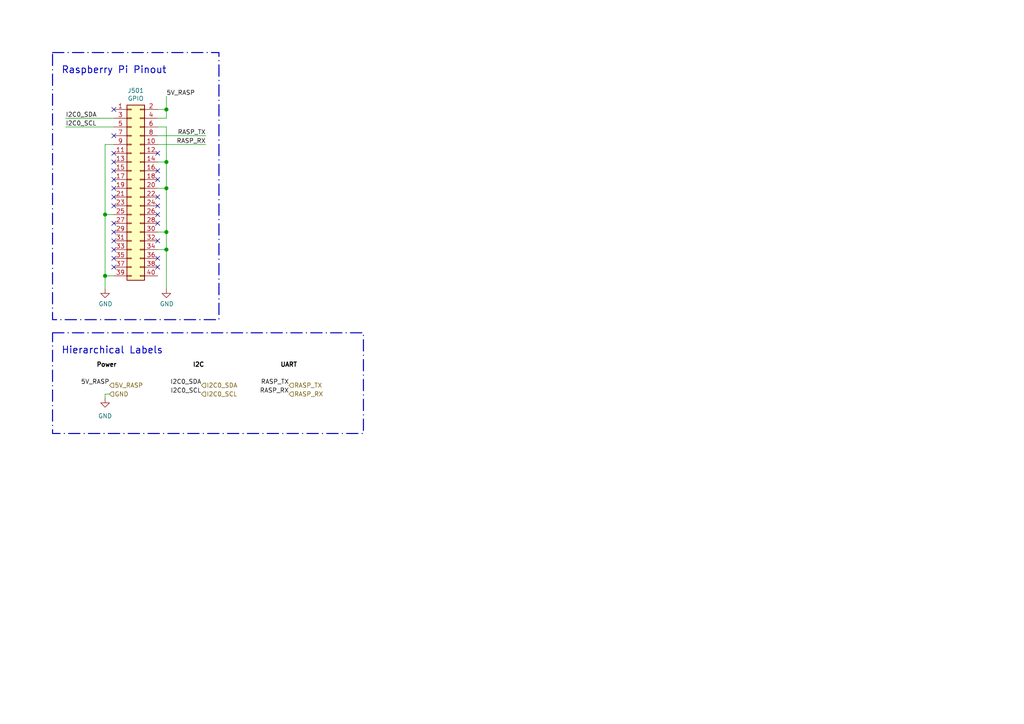
<source format=kicad_sch>
(kicad_sch (version 20230121) (generator eeschema)
  (paper "A4")
  (title_block (title "Rapberry Pi") (date "2024-01-20") (rev "V1.0") (comment 1 "Author: Pedro Henrique Germano Silva"))
  (lib_symbols
    (symbol "Connector_Generic:Conn_02x20_Odd_Even" (pin_names (offset 1.016) hide)
      (property "Reference" "J" (at 1.27 25.4 0))
      (property "Value" "Conn_02x20_Odd_Even" (at 1.27 -27.94 0))
      (symbol "Conn_02x20_Odd_Even_1_1"
        (rectangle (start -1.27 -25.273) (end 0 -25.527) (stroke (width 0.1524)))
        (rectangle (start -1.27 -22.733) (end 0 -22.987) (stroke (width 0.1524)))
        (rectangle (start -1.27 -20.193) (end 0 -20.447) (stroke (width 0.1524)))
        (rectangle (start -1.27 -17.653) (end 0 -17.907) (stroke (width 0.1524)))
        (rectangle (start -1.27 -15.113) (end 0 -15.367) (stroke (width 0.1524)))
        (rectangle (start -1.27 -12.573) (end 0 -12.827) (stroke (width 0.1524)))
        (rectangle (start -1.27 -10.033) (end 0 -10.287) (stroke (width 0.1524)))
        (rectangle (start -1.27 -7.493) (end 0 -7.747) (stroke (width 0.1524)))
        (rectangle (start -1.27 -4.953) (end 0 -5.207) (stroke (width 0.1524)))
        (rectangle (start -1.27 -2.413) (end 0 -2.667) (stroke (width 0.1524)))
        (rectangle (start -1.27 0.127) (end 0 -0.127) (stroke (width 0.1524)))
        (rectangle (start -1.27 2.667) (end 0 2.413) (stroke (width 0.1524)))
        (rectangle (start -1.27 5.207) (end 0 4.953) (stroke (width 0.1524)))
        (rectangle (start -1.27 7.747) (end 0 7.493) (stroke (width 0.1524)))
        (rectangle (start -1.27 10.287) (end 0 10.033) (stroke (width 0.1524)))
        (rectangle (start -1.27 12.827) (end 0 12.573) (stroke (width 0.1524)))
        (rectangle (start -1.27 15.367) (end 0 15.113) (stroke (width 0.1524)))
        (rectangle (start -1.27 17.907) (end 0 17.653) (stroke (width 0.1524)))
        (rectangle (start -1.27 20.447) (end 0 20.193) (stroke (width 0.1524)))
        (rectangle (start -1.27 22.987) (end 0 22.733) (stroke (width 0.1524)))
        (rectangle (start -1.27 24.13) (end 3.81 -26.67) (stroke (width 0.254)) (fill (type background)))
        (rectangle (start 3.81 -25.273) (end 2.54 -25.527) (stroke (width 0.1524)))
        (rectangle (start 3.81 -22.733) (end 2.54 -22.987) (stroke (width 0.1524)))
        (rectangle (start 3.81 -20.193) (end 2.54 -20.447) (stroke (width 0.1524)))
        (rectangle (start 3.81 -17.653) (end 2.54 -17.907) (stroke (width 0.1524)))
        (rectangle (start 3.81 -15.113) (end 2.54 -15.367) (stroke (width 0.1524)))
        (rectangle (start 3.81 -12.573) (end 2.54 -12.827) (stroke (width 0.1524)))
        (rectangle (start 3.81 -10.033) (end 2.54 -10.287) (stroke (width 0.1524)))
        (rectangle (start 3.81 -7.493) (end 2.54 -7.747) (stroke (width 0.1524)))
        (rectangle (start 3.81 -4.953) (end 2.54 -5.207) (stroke (width 0.1524)))
        (rectangle (start 3.81 -2.413) (end 2.54 -2.667) (stroke (width 0.1524)))
        (rectangle (start 3.81 0.127) (end 2.54 -0.127) (stroke (width 0.1524)))
        (rectangle (start 3.81 2.667) (end 2.54 2.413) (stroke (width 0.1524)))
        (rectangle (start 3.81 5.207) (end 2.54 4.953) (stroke (width 0.1524)))
        (rectangle (start 3.81 7.747) (end 2.54 7.493) (stroke (width 0.1524)))
        (rectangle (start 3.81 10.287) (end 2.54 10.033) (stroke (width 0.1524)))
        (rectangle (start 3.81 12.827) (end 2.54 12.573) (stroke (width 0.1524)))
        (rectangle (start 3.81 15.367) (end 2.54 15.113) (stroke (width 0.1524)))
        (rectangle (start 3.81 17.907) (end 2.54 17.653) (stroke (width 0.1524)))
        (rectangle (start 3.81 20.447) (end 2.54 20.193) (stroke (width 0.1524)))
        (rectangle (start 3.81 22.987) (end 2.54 22.733) (stroke (width 0.1524)))
        (pin passive line (at -5.08 22.86 0) (length 3.81) (name "Pin_1") (number "1"))
        (pin passive line (at 7.62 12.7 180) (length 3.81) (name "Pin_10") (number "10"))
        (pin passive line (at -5.08 10.16 0) (length 3.81) (name "Pin_11") (number "11"))
        (pin passive line (at 7.62 10.16 180) (length 3.81) (name "Pin_12") (number "12"))
        (pin passive line (at -5.08 7.62 0) (length 3.81) (name "Pin_13") (number "13"))
        (pin passive line (at 7.62 7.62 180) (length 3.81) (name "Pin_14") (number "14"))
        (pin passive line (at -5.08 5.08 0) (length 3.81) (name "Pin_15") (number "15"))
        (pin passive line (at 7.62 5.08 180) (length 3.81) (name "Pin_16") (number "16"))
        (pin passive line (at -5.08 2.54 0) (length 3.81) (name "Pin_17") (number "17"))
        (pin passive line (at 7.62 2.54 180) (length 3.81) (name "Pin_18") (number "18"))
        (pin passive line (at -5.08 0 0) (length 3.81) (name "Pin_19") (number "19"))
        (pin passive line (at 7.62 22.86 180) (length 3.81) (name "Pin_2") (number "2"))
        (pin passive line (at 7.62 0 180) (length 3.81) (name "Pin_20") (number "20"))
        (pin passive line (at -5.08 -2.54 0) (length 3.81) (name "Pin_21") (number "21"))
        (pin passive line (at 7.62 -2.54 180) (length 3.81) (name "Pin_22") (number "22"))
        (pin passive line (at -5.08 -5.08 0) (length 3.81) (name "Pin_23") (number "23"))
        (pin passive line (at 7.62 -5.08 180) (length 3.81) (name "Pin_24") (number "24"))
        (pin passive line (at -5.08 -7.62 0) (length 3.81) (name "Pin_25") (number "25"))
        (pin passive line (at 7.62 -7.62 180) (length 3.81) (name "Pin_26") (number "26"))
        (pin passive line (at -5.08 -10.16 0) (length 3.81) (name "Pin_27") (number "27"))
        (pin passive line (at 7.62 -10.16 180) (length 3.81) (name "Pin_28") (number "28"))
        (pin passive line (at -5.08 -12.7 0) (length 3.81) (name "Pin_29") (number "29"))
        (pin passive line (at -5.08 20.32 0) (length 3.81) (name "Pin_3") (number "3"))
        (pin passive line (at 7.62 -12.7 180) (length 3.81) (name "Pin_30") (number "30"))
        (pin passive line (at -5.08 -15.24 0) (length 3.81) (name "Pin_31") (number "31"))
        (pin passive line (at 7.62 -15.24 180) (length 3.81) (name "Pin_32") (number "32"))
        (pin passive line (at -5.08 -17.78 0) (length 3.81) (name "Pin_33") (number "33"))
        (pin passive line (at 7.62 -17.78 180) (length 3.81) (name "Pin_34") (number "34"))
        (pin passive line (at -5.08 -20.32 0) (length 3.81) (name "Pin_35") (number "35"))
        (pin passive line (at 7.62 -20.32 180) (length 3.81) (name "Pin_36") (number "36"))
        (pin passive line (at -5.08 -22.86 0) (length 3.81) (name "Pin_37") (number "37"))
        (pin passive line (at 7.62 -22.86 180) (length 3.81) (name "Pin_38") (number "38"))
        (pin passive line (at -5.08 -25.4 0) (length 3.81) (name "Pin_39") (number "39"))
        (pin passive line (at 7.62 20.32 180) (length 3.81) (name "Pin_4") (number "4"))
        (pin passive line (at 7.62 -25.4 180) (length 3.81) (name "Pin_40") (number "40"))
        (pin passive line (at -5.08 17.78 0) (length 3.81) (name "Pin_5") (number "5"))
        (pin passive line (at 7.62 17.78 180) (length 3.81) (name "Pin_6") (number "6"))
        (pin passive line (at -5.08 15.24 0) (length 3.81) (name "Pin_7") (number "7"))
        (pin passive line (at 7.62 15.24 180) (length 3.81) (name "Pin_8") (number "8"))
        (pin passive line (at -5.08 12.7 0) (length 3.81) (name "Pin_9") (number "9"))
      )
    )
    (symbol "power:GND" (power) (pin_names (offset 0))
      (property "Value" "GND" (at 0 -3.81 0))
      (symbol "GND_0_1"
        (polyline (pts (xy 0 0) (xy 0 -1.27) (xy 1.27 -1.27) (xy 0 -2.54) (xy -1.27 -1.27) (xy 0 -1.27)))
      )
      (symbol "GND_1_1"
        (pin power_in line (at 0 0 270) (length 0) hide (name "GND") (number "1"))
      )
    )
  )
  (junction (at 48.26 67.31) (diameter 1.016))
  (junction (at 48.26 72.39) (diameter 1.016))
  (junction (at 48.26 46.99) (diameter 1.016))
  (junction (at 48.26 54.61) (diameter 1.016))
  (junction (at 30.48 62.23) (diameter 1.016))
  (junction (at 30.48 80.01) (diameter 1.016))
  (junction (at 48.26 31.75) (diameter 1.016))
  (no_connect (at 45.72 44.45))
  (no_connect (at 45.72 49.53))
  (no_connect (at 45.72 69.85))
  (no_connect (at 45.72 57.15))
  (no_connect (at 33.02 52.07))
  (no_connect (at 33.02 69.85))
  (no_connect (at 45.72 62.23))
  (no_connect (at 45.72 52.07))
  (no_connect (at 33.02 57.15))
  (no_connect (at 33.02 39.37))
  (no_connect (at 33.02 67.31))
  (no_connect (at 33.02 49.53))
  (no_connect (at 45.72 64.77))
  (no_connect (at 33.02 74.93))
  (no_connect (at 33.02 46.99))
  (no_connect (at 33.02 77.47))
  (no_connect (at 33.02 31.75))
  (no_connect (at 45.72 77.47))
  (no_connect (at 45.72 59.69))
  (no_connect (at 45.72 74.93))
  (no_connect (at 33.02 54.61))
  (no_connect (at 33.02 72.39))
  (no_connect (at 33.02 59.69))
  (no_connect (at 33.02 64.77))
  (no_connect (at 33.02 44.45))
  (wire (pts (xy 48.26 36.83) (xy 48.26 46.99)))
  (wire (pts (xy 48.26 46.99) (xy 48.26 54.61)))
  (wire (pts (xy 48.26 72.39) (xy 48.26 83.82)))
  (wire (pts (xy 30.48 62.23) (xy 30.48 80.01)))
  (wire (pts (xy 48.26 67.31) (xy 48.26 72.39)))
  (wire (pts (xy 33.02 34.29) (xy 19.05 34.29)))
  (wire (pts (xy 48.26 31.75) (xy 48.26 34.29)))
  (wire (pts (xy 48.26 27.94) (xy 48.26 31.75)))
  (wire (pts (xy 30.48 41.91) (xy 30.48 62.23)))
  (wire (pts (xy 30.48 80.01) (xy 33.02 80.01)))
  (wire (pts (xy 48.26 72.39) (xy 45.72 72.39)))
  (wire (pts (xy 45.72 41.91) (xy 59.69 41.91)))
  (wire (pts (xy 19.05 36.83) (xy 33.02 36.83)))
  (wire (pts (xy 45.72 39.37) (xy 59.69 39.37)))
  (wire (pts (xy 30.48 80.01) (xy 30.48 83.82)))
  (wire (pts (xy 30.48 115.57) (xy 30.48 114.3)))
  (wire (pts (xy 48.26 36.83) (xy 45.72 36.83)))
  (wire (pts (xy 48.26 31.75) (xy 45.72 31.75)))
  (wire (pts (xy 30.48 114.3) (xy 31.75 114.3)))
  (wire (pts (xy 48.26 67.31) (xy 45.72 67.31)))
  (wire (pts (xy 48.26 34.29) (xy 45.72 34.29)))
  (wire (pts (xy 48.26 54.61) (xy 48.26 67.31)))
  (wire (pts (xy 48.26 54.61) (xy 45.72 54.61)))
  (wire (pts (xy 48.26 46.99) (xy 45.72 46.99)))
  (wire (pts (xy 30.48 41.91) (xy 33.02 41.91)))
  (wire (pts (xy 30.48 62.23) (xy 33.02 62.23)))
  (rectangle (start 15.24 96.52) (end 105.41 125.73) (stroke (width 0.3) (type dash_dot)))
  (rectangle (start 15.24 15.24) (end 63.5 92.71) (stroke (width 0.3) (type dash_dot)))
  (text "I2C" (at 55.88 106.68 0) (effects (font (size 1.27 1.27) (thickness 0.254) bold) (justify left bottom)))
  (text "Hierarchical Labels" (at 17.78 102.87 0) (effects (font (size 2 2) (thickness 0.254) bold) (justify left bottom)))
  (text "UART" (at 81.28 106.68 0) (effects (font (size 1.27 1.27) (thickness 0.254) bold) (justify left bottom)))
  (text "Power" (at 27.94 106.68 0) (effects (font (size 1.27 1.27) (thickness 0.254) bold) (justify left bottom)))
  (text "Raspberry Pi Pinout" (at 17.78 21.59 0) (effects (font (size 2 2) (thickness 0.254) bold) (justify left bottom)))
  (label "5V_RASP" (at 31.75 111.76 180))
  (label "RASP_TX" (at 59.69 39.37 180))
  (label "I2C0_SDA" (at 19.05 34.29 0))
  (label "I2C0_SCL" (at 58.42 114.3 180))
  (label "I2C0_SCL" (at 19.05 36.83 0))
  (label "RASP_RX" (at 83.82 114.3 180))
  (label "5V_RASP" (at 48.26 27.94 0))
  (label "RASP_RX" (at 59.69 41.91 180))
  (label "I2C0_SDA" (at 58.42 111.76 180))
  (label "RASP_TX" (at 83.82 111.76 180))
  (hierarchical_label "I2C0_SCL" (shape input) (at 58.42 114.3 0))
  (hierarchical_label "RASP_RX" (shape input) (at 83.82 114.3 0))
  (hierarchical_label "GND" (shape input) (at 31.75 114.3 0))
  (hierarchical_label "5V_RASP" (shape input) (at 31.75 111.76 0))
  (hierarchical_label "I2C0_SDA" (shape input) (at 58.42 111.76 0))
  (hierarchical_label "RASP_TX" (shape input) (at 83.82 111.76 0))
  (symbol (lib_id "power:GND") (at 30.48 83.82 0) (unit 1)
    (property "Reference" "#PWR0502" (effects hide))
    (property "Value" "GND" (at 30.5943 88.1444 0))
  )
  (symbol (lib_id "power:GND") (at 30.48 115.57 0) (unit 1)
    (property "Reference" "#PWR0505" (effects hide))
    (property "Value" "GND" (at 30.48 120.65 0))
  )
  (symbol (lib_id "power:GND") (at 48.26 83.82 0) (unit 1)
    (property "Reference" "#PWR0504" (effects hide))
    (property "Value" "GND" (at 48.3743 88.1444 0))
  )
  (symbol (lib_id "Connector_Generic:Conn_02x20_Odd_Even") (at 38.1 54.61 0) (unit 1)
    (property "Reference" "J501" (at 39.37 26.2698 0))
    (property "Value" "GPIO" (at 39.37 28.575 0))
    (property "Footprint" "Connector_PinSocket_2.54mm:PinSocket_2x20_P2.54mm_Vertical" (effects hide))
  )
)
</source>
